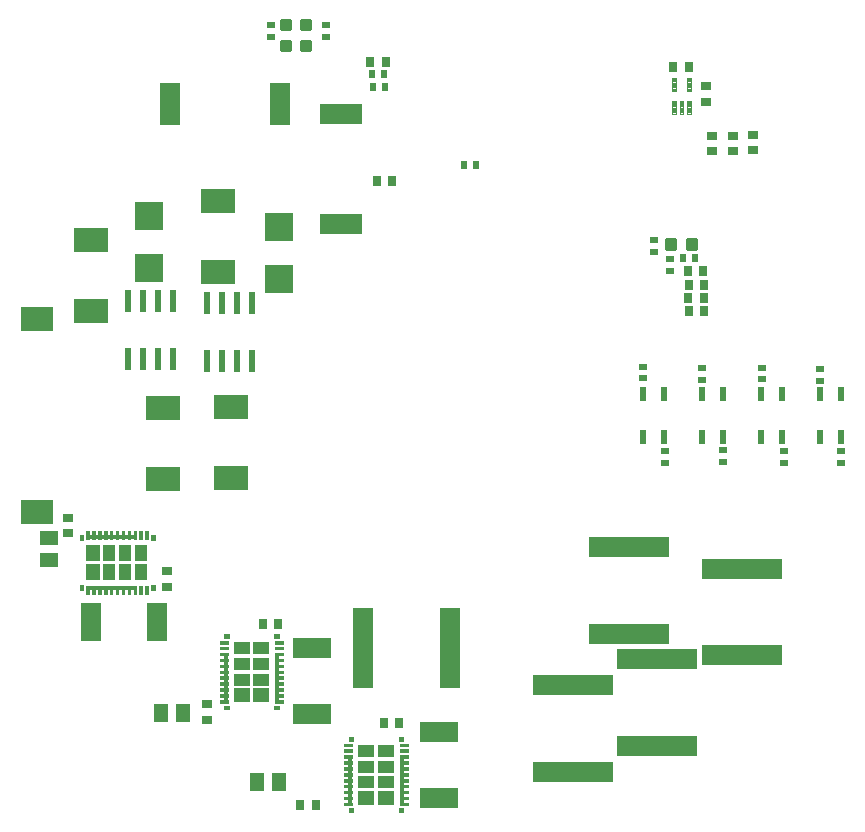
<source format=gbr>
G04 EAGLE Gerber X2 export*
%TF.Part,Single*%
%TF.FileFunction,Paste,Top*%
%TF.FilePolarity,Positive*%
%TF.GenerationSoftware,Autodesk,EAGLE,8.6.0*%
%TF.CreationDate,2018-04-20T19:50:09Z*%
G75*
%MOMM*%
%FSLAX34Y34*%
%LPD*%
%AMOC8*
5,1,8,0,0,1.08239X$1,22.5*%
G01*
%ADD10R,0.558800X1.981200*%
%ADD11R,3.000000X2.000000*%
%ADD12R,0.700000X0.900000*%
%ADD13R,0.900000X0.700000*%
%ADD14R,2.400000X2.400000*%
%ADD15C,0.300000*%
%ADD16R,0.600000X1.200000*%
%ADD17R,0.700000X0.600000*%
%ADD18R,3.200000X1.800000*%
%ADD19R,0.600000X0.700000*%
%ADD20R,1.300000X1.500000*%
%ADD21R,1.500000X1.300000*%
%ADD22R,1.800000X3.200000*%
%ADD23R,3.600000X1.800000*%
%ADD24R,1.800000X3.600000*%
%ADD25R,1.408969X1.132000*%
%ADD26R,1.408416X1.158291*%
%ADD27R,1.408744X1.118800*%
%ADD28R,1.407994X1.092841*%
%ADD29R,1.437131X1.094559*%
%ADD30R,1.434150X1.118406*%
%ADD31R,1.435381X1.140469*%
%ADD32R,1.434009X1.160269*%
%ADD33R,0.385381X3.910769*%
%ADD34R,0.316159X3.915181*%
%ADD35C,0.037500*%
%ADD36C,0.056250*%
%ADD37R,1.132000X1.408969*%
%ADD38R,1.158291X1.408416*%
%ADD39R,1.118800X1.408744*%
%ADD40R,1.092841X1.407994*%
%ADD41R,1.094559X1.437131*%
%ADD42R,1.118406X1.434150*%
%ADD43R,1.140469X1.435381*%
%ADD44R,1.160269X1.434009*%
%ADD45R,3.910769X0.385381*%
%ADD46R,3.915181X0.316159*%
%ADD47R,2.800000X2.100000*%
%ADD48C,0.100000*%
%ADD49R,1.800000X6.900000*%
%ADD50R,6.900000X1.800000*%


D10*
X376738Y617668D03*
X364038Y617668D03*
X351338Y617668D03*
X338638Y617668D03*
X338638Y568392D03*
X351338Y568392D03*
X364038Y568392D03*
X376738Y568392D03*
X310356Y618844D03*
X297656Y618844D03*
X284956Y618844D03*
X272256Y618844D03*
X272256Y569568D03*
X284956Y569568D03*
X297656Y569568D03*
X310356Y569568D03*
D11*
X240678Y670802D03*
X240678Y610802D03*
D12*
X759200Y644700D03*
X746200Y644700D03*
X430900Y192200D03*
X417900Y192200D03*
D13*
X338800Y277400D03*
X338800Y264400D03*
D12*
X490200Y821700D03*
X477200Y821700D03*
D11*
X301964Y528610D03*
X301964Y468610D03*
D12*
X495800Y720200D03*
X482800Y720200D03*
D11*
X348080Y703808D03*
X348080Y643808D03*
D12*
X746800Y817200D03*
X733800Y817200D03*
D13*
X221300Y435300D03*
X221300Y422300D03*
X761700Y787800D03*
X761700Y800800D03*
D12*
X746676Y632902D03*
X759676Y632902D03*
X746422Y621518D03*
X759422Y621518D03*
D11*
X359696Y529452D03*
X359696Y469452D03*
D12*
X746676Y610150D03*
X759676Y610150D03*
D13*
X783966Y745952D03*
X783966Y758952D03*
X766550Y745870D03*
X766550Y758870D03*
X801036Y746766D03*
X801036Y759766D03*
D12*
X386228Y345904D03*
X399228Y345904D03*
D13*
X305116Y390040D03*
X305116Y377040D03*
D12*
X488472Y261936D03*
X501472Y261936D03*
D14*
X290270Y647258D03*
X290270Y691258D03*
X400208Y637718D03*
X400208Y681718D03*
D15*
X735430Y670400D02*
X735430Y663400D01*
X728430Y663400D01*
X728430Y670400D01*
X735430Y670400D01*
X735430Y666399D02*
X728430Y666399D01*
X728430Y669398D02*
X735430Y669398D01*
X752970Y670400D02*
X752970Y663400D01*
X745970Y663400D01*
X745970Y670400D01*
X752970Y670400D01*
X752970Y666399D02*
X745970Y666399D01*
X745970Y669398D02*
X752970Y669398D01*
D16*
X726000Y504000D03*
X726000Y540000D03*
X708000Y540000D03*
X708000Y504000D03*
X776000Y504000D03*
X776000Y540000D03*
X758000Y540000D03*
X758000Y504000D03*
X826000Y504000D03*
X826000Y540000D03*
X808000Y540000D03*
X808000Y504000D03*
X876000Y504000D03*
X876000Y540000D03*
X858000Y540000D03*
X858000Y504000D03*
D17*
X730800Y654200D03*
X730800Y644200D03*
D18*
X427628Y325240D03*
X427628Y269240D03*
X535644Y254016D03*
X535644Y198016D03*
D19*
X479400Y800300D03*
X489400Y800300D03*
D17*
X875650Y492170D03*
X875650Y482170D03*
X858050Y551470D03*
X858050Y561470D03*
D19*
X566700Y734400D03*
X556700Y734400D03*
D17*
X827150Y492170D03*
X827150Y482170D03*
X808850Y552670D03*
X808850Y562670D03*
X775654Y492910D03*
X775654Y482910D03*
X758350Y551870D03*
X758350Y561870D03*
X726546Y492186D03*
X726546Y482186D03*
X708550Y553470D03*
X708550Y563470D03*
D20*
X381008Y211622D03*
X400008Y211622D03*
X299690Y269954D03*
X318690Y269954D03*
D21*
X205418Y399384D03*
X205418Y418384D03*
D19*
X742000Y655500D03*
X752000Y655500D03*
D17*
X717200Y660700D03*
X717200Y670700D03*
D22*
X296688Y347150D03*
X240688Y347150D03*
D23*
X452582Y684612D03*
X452582Y777612D03*
D24*
X400814Y785508D03*
X307814Y785508D03*
D25*
X490177Y211572D03*
D26*
X490180Y198241D03*
D27*
X490178Y224838D03*
D28*
X490182Y238168D03*
D29*
X473836Y238159D03*
D30*
X473851Y224840D03*
D31*
X473845Y211530D03*
D32*
X473852Y198231D03*
D33*
X460145Y213678D03*
D34*
X503991Y213656D03*
D35*
X461885Y242169D02*
X461885Y244295D01*
X461885Y242169D02*
X455259Y242169D01*
X455259Y244295D01*
X461885Y244295D01*
X461885Y242543D02*
X455259Y242543D01*
X455259Y242917D02*
X461885Y242917D01*
X461885Y243291D02*
X455259Y243291D01*
X455259Y243665D02*
X461885Y243665D01*
X461885Y244039D02*
X455259Y244039D01*
X508885Y244295D02*
X508885Y242169D01*
X502259Y242169D01*
X502259Y244295D01*
X508885Y244295D01*
X508885Y242543D02*
X502259Y242543D01*
X502259Y242917D02*
X508885Y242917D01*
X508885Y243291D02*
X502259Y243291D01*
X502259Y243665D02*
X508885Y243665D01*
X508885Y244039D02*
X502259Y244039D01*
X461885Y239295D02*
X461885Y237169D01*
X455259Y237169D01*
X455259Y239295D01*
X461885Y239295D01*
X461885Y237543D02*
X455259Y237543D01*
X455259Y237917D02*
X461885Y237917D01*
X461885Y238291D02*
X455259Y238291D01*
X455259Y238665D02*
X461885Y238665D01*
X461885Y239039D02*
X455259Y239039D01*
X461885Y234295D02*
X461885Y232169D01*
X455259Y232169D01*
X455259Y234295D01*
X461885Y234295D01*
X461885Y232543D02*
X455259Y232543D01*
X455259Y232917D02*
X461885Y232917D01*
X461885Y233291D02*
X455259Y233291D01*
X455259Y233665D02*
X461885Y233665D01*
X461885Y234039D02*
X455259Y234039D01*
X461885Y229295D02*
X461885Y227169D01*
X455259Y227169D01*
X455259Y229295D01*
X461885Y229295D01*
X461885Y227543D02*
X455259Y227543D01*
X455259Y227917D02*
X461885Y227917D01*
X461885Y228291D02*
X455259Y228291D01*
X455259Y228665D02*
X461885Y228665D01*
X461885Y229039D02*
X455259Y229039D01*
X461885Y224295D02*
X461885Y222169D01*
X455259Y222169D01*
X455259Y224295D01*
X461885Y224295D01*
X461885Y222543D02*
X455259Y222543D01*
X455259Y222917D02*
X461885Y222917D01*
X461885Y223291D02*
X455259Y223291D01*
X455259Y223665D02*
X461885Y223665D01*
X461885Y224039D02*
X455259Y224039D01*
X461885Y219295D02*
X461885Y217169D01*
X455259Y217169D01*
X455259Y219295D01*
X461885Y219295D01*
X461885Y217543D02*
X455259Y217543D01*
X455259Y217917D02*
X461885Y217917D01*
X461885Y218291D02*
X455259Y218291D01*
X455259Y218665D02*
X461885Y218665D01*
X461885Y219039D02*
X455259Y219039D01*
X461885Y214295D02*
X461885Y212169D01*
X455259Y212169D01*
X455259Y214295D01*
X461885Y214295D01*
X461885Y212543D02*
X455259Y212543D01*
X455259Y212917D02*
X461885Y212917D01*
X461885Y213291D02*
X455259Y213291D01*
X455259Y213665D02*
X461885Y213665D01*
X461885Y214039D02*
X455259Y214039D01*
X461885Y209295D02*
X461885Y207169D01*
X455259Y207169D01*
X455259Y209295D01*
X461885Y209295D01*
X461885Y207543D02*
X455259Y207543D01*
X455259Y207917D02*
X461885Y207917D01*
X461885Y208291D02*
X455259Y208291D01*
X455259Y208665D02*
X461885Y208665D01*
X461885Y209039D02*
X455259Y209039D01*
X461885Y204295D02*
X461885Y202169D01*
X455259Y202169D01*
X455259Y204295D01*
X461885Y204295D01*
X461885Y202543D02*
X455259Y202543D01*
X455259Y202917D02*
X461885Y202917D01*
X461885Y203291D02*
X455259Y203291D01*
X455259Y203665D02*
X461885Y203665D01*
X461885Y204039D02*
X455259Y204039D01*
X461885Y199295D02*
X461885Y197169D01*
X455259Y197169D01*
X455259Y199295D01*
X461885Y199295D01*
X461885Y197543D02*
X455259Y197543D01*
X455259Y197917D02*
X461885Y197917D01*
X461885Y198291D02*
X455259Y198291D01*
X455259Y198665D02*
X461885Y198665D01*
X461885Y199039D02*
X455259Y199039D01*
X461885Y194295D02*
X461885Y192169D01*
X455259Y192169D01*
X455259Y194295D01*
X461885Y194295D01*
X461885Y192543D02*
X455259Y192543D01*
X455259Y192917D02*
X461885Y192917D01*
X461885Y193291D02*
X455259Y193291D01*
X455259Y193665D02*
X461885Y193665D01*
X461885Y194039D02*
X455259Y194039D01*
X508885Y194295D02*
X508885Y192169D01*
X502259Y192169D01*
X502259Y194295D01*
X508885Y194295D01*
X508885Y192543D02*
X502259Y192543D01*
X502259Y192917D02*
X508885Y192917D01*
X508885Y193291D02*
X502259Y193291D01*
X502259Y193665D02*
X508885Y193665D01*
X508885Y194039D02*
X502259Y194039D01*
X508885Y197169D02*
X508885Y199295D01*
X508885Y197169D02*
X502259Y197169D01*
X502259Y199295D01*
X508885Y199295D01*
X508885Y197543D02*
X502259Y197543D01*
X502259Y197917D02*
X508885Y197917D01*
X508885Y198291D02*
X502259Y198291D01*
X502259Y198665D02*
X508885Y198665D01*
X508885Y199039D02*
X502259Y199039D01*
X508885Y202169D02*
X508885Y204295D01*
X508885Y202169D02*
X502259Y202169D01*
X502259Y204295D01*
X508885Y204295D01*
X508885Y202543D02*
X502259Y202543D01*
X502259Y202917D02*
X508885Y202917D01*
X508885Y203291D02*
X502259Y203291D01*
X502259Y203665D02*
X508885Y203665D01*
X508885Y204039D02*
X502259Y204039D01*
X508885Y207169D02*
X508885Y209295D01*
X508885Y207169D02*
X502259Y207169D01*
X502259Y209295D01*
X508885Y209295D01*
X508885Y207543D02*
X502259Y207543D01*
X502259Y207917D02*
X508885Y207917D01*
X508885Y208291D02*
X502259Y208291D01*
X502259Y208665D02*
X508885Y208665D01*
X508885Y209039D02*
X502259Y209039D01*
X508885Y212169D02*
X508885Y214295D01*
X508885Y212169D02*
X502259Y212169D01*
X502259Y214295D01*
X508885Y214295D01*
X508885Y212543D02*
X502259Y212543D01*
X502259Y212917D02*
X508885Y212917D01*
X508885Y213291D02*
X502259Y213291D01*
X502259Y213665D02*
X508885Y213665D01*
X508885Y214039D02*
X502259Y214039D01*
X508885Y217169D02*
X508885Y219295D01*
X508885Y217169D02*
X502259Y217169D01*
X502259Y219295D01*
X508885Y219295D01*
X508885Y217543D02*
X502259Y217543D01*
X502259Y217917D02*
X508885Y217917D01*
X508885Y218291D02*
X502259Y218291D01*
X502259Y218665D02*
X508885Y218665D01*
X508885Y219039D02*
X502259Y219039D01*
X508885Y222169D02*
X508885Y224295D01*
X508885Y222169D02*
X502259Y222169D01*
X502259Y224295D01*
X508885Y224295D01*
X508885Y222543D02*
X502259Y222543D01*
X502259Y222917D02*
X508885Y222917D01*
X508885Y223291D02*
X502259Y223291D01*
X502259Y223665D02*
X508885Y223665D01*
X508885Y224039D02*
X502259Y224039D01*
X508885Y227169D02*
X508885Y229295D01*
X508885Y227169D02*
X502259Y227169D01*
X502259Y229295D01*
X508885Y229295D01*
X508885Y227543D02*
X502259Y227543D01*
X502259Y227917D02*
X508885Y227917D01*
X508885Y228291D02*
X502259Y228291D01*
X502259Y228665D02*
X508885Y228665D01*
X508885Y229039D02*
X502259Y229039D01*
X508885Y232169D02*
X508885Y234295D01*
X508885Y232169D02*
X502259Y232169D01*
X502259Y234295D01*
X508885Y234295D01*
X508885Y232543D02*
X502259Y232543D01*
X502259Y232917D02*
X508885Y232917D01*
X508885Y233291D02*
X502259Y233291D01*
X502259Y233665D02*
X508885Y233665D01*
X508885Y234039D02*
X502259Y234039D01*
X508885Y237169D02*
X508885Y239295D01*
X508885Y237169D02*
X502259Y237169D01*
X502259Y239295D01*
X508885Y239295D01*
X508885Y237543D02*
X502259Y237543D01*
X502259Y237917D02*
X508885Y237917D01*
X508885Y238291D02*
X502259Y238291D01*
X502259Y238665D02*
X508885Y238665D01*
X508885Y239039D02*
X502259Y239039D01*
D36*
X501353Y246768D02*
X505091Y246768D01*
X501353Y246768D02*
X501353Y249956D01*
X505091Y249956D01*
X505091Y246768D01*
X505091Y247330D02*
X501353Y247330D01*
X501353Y247892D02*
X505091Y247892D01*
X505091Y248454D02*
X501353Y248454D01*
X501353Y249016D02*
X505091Y249016D01*
X505091Y249578D02*
X501353Y249578D01*
X462791Y246768D02*
X459053Y246768D01*
X459053Y249956D01*
X462791Y249956D01*
X462791Y246768D01*
X462791Y247330D02*
X459053Y247330D01*
X459053Y247892D02*
X462791Y247892D01*
X462791Y248454D02*
X459053Y248454D01*
X459053Y249016D02*
X462791Y249016D01*
X462791Y249578D02*
X459053Y249578D01*
X459053Y186508D02*
X462791Y186508D01*
X459053Y186508D02*
X459053Y189696D01*
X462791Y189696D01*
X462791Y186508D01*
X462791Y187070D02*
X459053Y187070D01*
X459053Y187632D02*
X462791Y187632D01*
X462791Y188194D02*
X459053Y188194D01*
X459053Y188756D02*
X462791Y188756D01*
X462791Y189318D02*
X459053Y189318D01*
X501353Y186508D02*
X505091Y186508D01*
X501353Y186508D02*
X501353Y189696D01*
X505091Y189696D01*
X505091Y186508D01*
X505091Y187070D02*
X501353Y187070D01*
X501353Y187632D02*
X505091Y187632D01*
X505091Y188194D02*
X501353Y188194D01*
X501353Y188756D02*
X505091Y188756D01*
X505091Y189318D02*
X501353Y189318D01*
D25*
X384735Y298416D03*
D26*
X384738Y285085D03*
D27*
X384736Y311682D03*
D28*
X384740Y325012D03*
D29*
X368394Y325003D03*
D30*
X368409Y311684D03*
D31*
X368403Y298374D03*
D32*
X368410Y285075D03*
D33*
X354703Y300522D03*
D34*
X398549Y300500D03*
D35*
X356443Y329013D02*
X356443Y331139D01*
X356443Y329013D02*
X349817Y329013D01*
X349817Y331139D01*
X356443Y331139D01*
X356443Y329387D02*
X349817Y329387D01*
X349817Y329761D02*
X356443Y329761D01*
X356443Y330135D02*
X349817Y330135D01*
X349817Y330509D02*
X356443Y330509D01*
X356443Y330883D02*
X349817Y330883D01*
X403443Y331139D02*
X403443Y329013D01*
X396817Y329013D01*
X396817Y331139D01*
X403443Y331139D01*
X403443Y329387D02*
X396817Y329387D01*
X396817Y329761D02*
X403443Y329761D01*
X403443Y330135D02*
X396817Y330135D01*
X396817Y330509D02*
X403443Y330509D01*
X403443Y330883D02*
X396817Y330883D01*
X356443Y326139D02*
X356443Y324013D01*
X349817Y324013D01*
X349817Y326139D01*
X356443Y326139D01*
X356443Y324387D02*
X349817Y324387D01*
X349817Y324761D02*
X356443Y324761D01*
X356443Y325135D02*
X349817Y325135D01*
X349817Y325509D02*
X356443Y325509D01*
X356443Y325883D02*
X349817Y325883D01*
X356443Y321139D02*
X356443Y319013D01*
X349817Y319013D01*
X349817Y321139D01*
X356443Y321139D01*
X356443Y319387D02*
X349817Y319387D01*
X349817Y319761D02*
X356443Y319761D01*
X356443Y320135D02*
X349817Y320135D01*
X349817Y320509D02*
X356443Y320509D01*
X356443Y320883D02*
X349817Y320883D01*
X356443Y316139D02*
X356443Y314013D01*
X349817Y314013D01*
X349817Y316139D01*
X356443Y316139D01*
X356443Y314387D02*
X349817Y314387D01*
X349817Y314761D02*
X356443Y314761D01*
X356443Y315135D02*
X349817Y315135D01*
X349817Y315509D02*
X356443Y315509D01*
X356443Y315883D02*
X349817Y315883D01*
X356443Y311139D02*
X356443Y309013D01*
X349817Y309013D01*
X349817Y311139D01*
X356443Y311139D01*
X356443Y309387D02*
X349817Y309387D01*
X349817Y309761D02*
X356443Y309761D01*
X356443Y310135D02*
X349817Y310135D01*
X349817Y310509D02*
X356443Y310509D01*
X356443Y310883D02*
X349817Y310883D01*
X356443Y306139D02*
X356443Y304013D01*
X349817Y304013D01*
X349817Y306139D01*
X356443Y306139D01*
X356443Y304387D02*
X349817Y304387D01*
X349817Y304761D02*
X356443Y304761D01*
X356443Y305135D02*
X349817Y305135D01*
X349817Y305509D02*
X356443Y305509D01*
X356443Y305883D02*
X349817Y305883D01*
X356443Y301139D02*
X356443Y299013D01*
X349817Y299013D01*
X349817Y301139D01*
X356443Y301139D01*
X356443Y299387D02*
X349817Y299387D01*
X349817Y299761D02*
X356443Y299761D01*
X356443Y300135D02*
X349817Y300135D01*
X349817Y300509D02*
X356443Y300509D01*
X356443Y300883D02*
X349817Y300883D01*
X356443Y296139D02*
X356443Y294013D01*
X349817Y294013D01*
X349817Y296139D01*
X356443Y296139D01*
X356443Y294387D02*
X349817Y294387D01*
X349817Y294761D02*
X356443Y294761D01*
X356443Y295135D02*
X349817Y295135D01*
X349817Y295509D02*
X356443Y295509D01*
X356443Y295883D02*
X349817Y295883D01*
X356443Y291139D02*
X356443Y289013D01*
X349817Y289013D01*
X349817Y291139D01*
X356443Y291139D01*
X356443Y289387D02*
X349817Y289387D01*
X349817Y289761D02*
X356443Y289761D01*
X356443Y290135D02*
X349817Y290135D01*
X349817Y290509D02*
X356443Y290509D01*
X356443Y290883D02*
X349817Y290883D01*
X356443Y286139D02*
X356443Y284013D01*
X349817Y284013D01*
X349817Y286139D01*
X356443Y286139D01*
X356443Y284387D02*
X349817Y284387D01*
X349817Y284761D02*
X356443Y284761D01*
X356443Y285135D02*
X349817Y285135D01*
X349817Y285509D02*
X356443Y285509D01*
X356443Y285883D02*
X349817Y285883D01*
X356443Y281139D02*
X356443Y279013D01*
X349817Y279013D01*
X349817Y281139D01*
X356443Y281139D01*
X356443Y279387D02*
X349817Y279387D01*
X349817Y279761D02*
X356443Y279761D01*
X356443Y280135D02*
X349817Y280135D01*
X349817Y280509D02*
X356443Y280509D01*
X356443Y280883D02*
X349817Y280883D01*
X403443Y281139D02*
X403443Y279013D01*
X396817Y279013D01*
X396817Y281139D01*
X403443Y281139D01*
X403443Y279387D02*
X396817Y279387D01*
X396817Y279761D02*
X403443Y279761D01*
X403443Y280135D02*
X396817Y280135D01*
X396817Y280509D02*
X403443Y280509D01*
X403443Y280883D02*
X396817Y280883D01*
X403443Y284013D02*
X403443Y286139D01*
X403443Y284013D02*
X396817Y284013D01*
X396817Y286139D01*
X403443Y286139D01*
X403443Y284387D02*
X396817Y284387D01*
X396817Y284761D02*
X403443Y284761D01*
X403443Y285135D02*
X396817Y285135D01*
X396817Y285509D02*
X403443Y285509D01*
X403443Y285883D02*
X396817Y285883D01*
X403443Y289013D02*
X403443Y291139D01*
X403443Y289013D02*
X396817Y289013D01*
X396817Y291139D01*
X403443Y291139D01*
X403443Y289387D02*
X396817Y289387D01*
X396817Y289761D02*
X403443Y289761D01*
X403443Y290135D02*
X396817Y290135D01*
X396817Y290509D02*
X403443Y290509D01*
X403443Y290883D02*
X396817Y290883D01*
X403443Y294013D02*
X403443Y296139D01*
X403443Y294013D02*
X396817Y294013D01*
X396817Y296139D01*
X403443Y296139D01*
X403443Y294387D02*
X396817Y294387D01*
X396817Y294761D02*
X403443Y294761D01*
X403443Y295135D02*
X396817Y295135D01*
X396817Y295509D02*
X403443Y295509D01*
X403443Y295883D02*
X396817Y295883D01*
X403443Y299013D02*
X403443Y301139D01*
X403443Y299013D02*
X396817Y299013D01*
X396817Y301139D01*
X403443Y301139D01*
X403443Y299387D02*
X396817Y299387D01*
X396817Y299761D02*
X403443Y299761D01*
X403443Y300135D02*
X396817Y300135D01*
X396817Y300509D02*
X403443Y300509D01*
X403443Y300883D02*
X396817Y300883D01*
X403443Y304013D02*
X403443Y306139D01*
X403443Y304013D02*
X396817Y304013D01*
X396817Y306139D01*
X403443Y306139D01*
X403443Y304387D02*
X396817Y304387D01*
X396817Y304761D02*
X403443Y304761D01*
X403443Y305135D02*
X396817Y305135D01*
X396817Y305509D02*
X403443Y305509D01*
X403443Y305883D02*
X396817Y305883D01*
X403443Y309013D02*
X403443Y311139D01*
X403443Y309013D02*
X396817Y309013D01*
X396817Y311139D01*
X403443Y311139D01*
X403443Y309387D02*
X396817Y309387D01*
X396817Y309761D02*
X403443Y309761D01*
X403443Y310135D02*
X396817Y310135D01*
X396817Y310509D02*
X403443Y310509D01*
X403443Y310883D02*
X396817Y310883D01*
X403443Y314013D02*
X403443Y316139D01*
X403443Y314013D02*
X396817Y314013D01*
X396817Y316139D01*
X403443Y316139D01*
X403443Y314387D02*
X396817Y314387D01*
X396817Y314761D02*
X403443Y314761D01*
X403443Y315135D02*
X396817Y315135D01*
X396817Y315509D02*
X403443Y315509D01*
X403443Y315883D02*
X396817Y315883D01*
X403443Y319013D02*
X403443Y321139D01*
X403443Y319013D02*
X396817Y319013D01*
X396817Y321139D01*
X403443Y321139D01*
X403443Y319387D02*
X396817Y319387D01*
X396817Y319761D02*
X403443Y319761D01*
X403443Y320135D02*
X396817Y320135D01*
X396817Y320509D02*
X403443Y320509D01*
X403443Y320883D02*
X396817Y320883D01*
X403443Y324013D02*
X403443Y326139D01*
X403443Y324013D02*
X396817Y324013D01*
X396817Y326139D01*
X403443Y326139D01*
X403443Y324387D02*
X396817Y324387D01*
X396817Y324761D02*
X403443Y324761D01*
X403443Y325135D02*
X396817Y325135D01*
X396817Y325509D02*
X403443Y325509D01*
X403443Y325883D02*
X396817Y325883D01*
D36*
X395911Y333612D02*
X399649Y333612D01*
X395911Y333612D02*
X395911Y336800D01*
X399649Y336800D01*
X399649Y333612D01*
X399649Y334174D02*
X395911Y334174D01*
X395911Y334736D02*
X399649Y334736D01*
X399649Y335298D02*
X395911Y335298D01*
X395911Y335860D02*
X399649Y335860D01*
X399649Y336422D02*
X395911Y336422D01*
X357349Y333612D02*
X353611Y333612D01*
X353611Y336800D01*
X357349Y336800D01*
X357349Y333612D01*
X357349Y334174D02*
X353611Y334174D01*
X353611Y334736D02*
X357349Y334736D01*
X357349Y335298D02*
X353611Y335298D01*
X353611Y335860D02*
X357349Y335860D01*
X357349Y336422D02*
X353611Y336422D01*
X353611Y273352D02*
X357349Y273352D01*
X353611Y273352D02*
X353611Y276540D01*
X357349Y276540D01*
X357349Y273352D01*
X357349Y273914D02*
X353611Y273914D01*
X353611Y274476D02*
X357349Y274476D01*
X357349Y275038D02*
X353611Y275038D01*
X353611Y275600D02*
X357349Y275600D01*
X357349Y276162D02*
X353611Y276162D01*
X395911Y273352D02*
X399649Y273352D01*
X395911Y273352D02*
X395911Y276540D01*
X399649Y276540D01*
X399649Y273352D01*
X399649Y273914D02*
X395911Y273914D01*
X395911Y274476D02*
X399649Y274476D01*
X399649Y275038D02*
X395911Y275038D01*
X395911Y275600D02*
X399649Y275600D01*
X399649Y276162D02*
X395911Y276162D01*
D37*
X256192Y389503D03*
D38*
X242861Y389500D03*
D39*
X269458Y389502D03*
D40*
X282788Y389498D03*
D41*
X282779Y405844D03*
D42*
X269460Y405829D03*
D43*
X256150Y405835D03*
D44*
X242851Y405828D03*
D45*
X258298Y419535D03*
D46*
X258276Y375689D03*
D35*
X286789Y417795D02*
X288915Y417795D01*
X286789Y417795D02*
X286789Y424421D01*
X288915Y424421D01*
X288915Y417795D01*
X288915Y418169D02*
X286789Y418169D01*
X286789Y418543D02*
X288915Y418543D01*
X288915Y418917D02*
X286789Y418917D01*
X286789Y419291D02*
X288915Y419291D01*
X288915Y419665D02*
X286789Y419665D01*
X286789Y420039D02*
X288915Y420039D01*
X288915Y420413D02*
X286789Y420413D01*
X286789Y420787D02*
X288915Y420787D01*
X288915Y421161D02*
X286789Y421161D01*
X286789Y421535D02*
X288915Y421535D01*
X288915Y421909D02*
X286789Y421909D01*
X286789Y422283D02*
X288915Y422283D01*
X288915Y422657D02*
X286789Y422657D01*
X286789Y423031D02*
X288915Y423031D01*
X288915Y423405D02*
X286789Y423405D01*
X286789Y423779D02*
X288915Y423779D01*
X288915Y424153D02*
X286789Y424153D01*
X286789Y370795D02*
X288915Y370795D01*
X286789Y370795D02*
X286789Y377421D01*
X288915Y377421D01*
X288915Y370795D01*
X288915Y371169D02*
X286789Y371169D01*
X286789Y371543D02*
X288915Y371543D01*
X288915Y371917D02*
X286789Y371917D01*
X286789Y372291D02*
X288915Y372291D01*
X288915Y372665D02*
X286789Y372665D01*
X286789Y373039D02*
X288915Y373039D01*
X288915Y373413D02*
X286789Y373413D01*
X286789Y373787D02*
X288915Y373787D01*
X288915Y374161D02*
X286789Y374161D01*
X286789Y374535D02*
X288915Y374535D01*
X288915Y374909D02*
X286789Y374909D01*
X286789Y375283D02*
X288915Y375283D01*
X288915Y375657D02*
X286789Y375657D01*
X286789Y376031D02*
X288915Y376031D01*
X288915Y376405D02*
X286789Y376405D01*
X286789Y376779D02*
X288915Y376779D01*
X288915Y377153D02*
X286789Y377153D01*
X283915Y417795D02*
X281789Y417795D01*
X281789Y424421D01*
X283915Y424421D01*
X283915Y417795D01*
X283915Y418169D02*
X281789Y418169D01*
X281789Y418543D02*
X283915Y418543D01*
X283915Y418917D02*
X281789Y418917D01*
X281789Y419291D02*
X283915Y419291D01*
X283915Y419665D02*
X281789Y419665D01*
X281789Y420039D02*
X283915Y420039D01*
X283915Y420413D02*
X281789Y420413D01*
X281789Y420787D02*
X283915Y420787D01*
X283915Y421161D02*
X281789Y421161D01*
X281789Y421535D02*
X283915Y421535D01*
X283915Y421909D02*
X281789Y421909D01*
X281789Y422283D02*
X283915Y422283D01*
X283915Y422657D02*
X281789Y422657D01*
X281789Y423031D02*
X283915Y423031D01*
X283915Y423405D02*
X281789Y423405D01*
X281789Y423779D02*
X283915Y423779D01*
X283915Y424153D02*
X281789Y424153D01*
X278915Y417795D02*
X276789Y417795D01*
X276789Y424421D01*
X278915Y424421D01*
X278915Y417795D01*
X278915Y418169D02*
X276789Y418169D01*
X276789Y418543D02*
X278915Y418543D01*
X278915Y418917D02*
X276789Y418917D01*
X276789Y419291D02*
X278915Y419291D01*
X278915Y419665D02*
X276789Y419665D01*
X276789Y420039D02*
X278915Y420039D01*
X278915Y420413D02*
X276789Y420413D01*
X276789Y420787D02*
X278915Y420787D01*
X278915Y421161D02*
X276789Y421161D01*
X276789Y421535D02*
X278915Y421535D01*
X278915Y421909D02*
X276789Y421909D01*
X276789Y422283D02*
X278915Y422283D01*
X278915Y422657D02*
X276789Y422657D01*
X276789Y423031D02*
X278915Y423031D01*
X278915Y423405D02*
X276789Y423405D01*
X276789Y423779D02*
X278915Y423779D01*
X278915Y424153D02*
X276789Y424153D01*
X273915Y417795D02*
X271789Y417795D01*
X271789Y424421D01*
X273915Y424421D01*
X273915Y417795D01*
X273915Y418169D02*
X271789Y418169D01*
X271789Y418543D02*
X273915Y418543D01*
X273915Y418917D02*
X271789Y418917D01*
X271789Y419291D02*
X273915Y419291D01*
X273915Y419665D02*
X271789Y419665D01*
X271789Y420039D02*
X273915Y420039D01*
X273915Y420413D02*
X271789Y420413D01*
X271789Y420787D02*
X273915Y420787D01*
X273915Y421161D02*
X271789Y421161D01*
X271789Y421535D02*
X273915Y421535D01*
X273915Y421909D02*
X271789Y421909D01*
X271789Y422283D02*
X273915Y422283D01*
X273915Y422657D02*
X271789Y422657D01*
X271789Y423031D02*
X273915Y423031D01*
X273915Y423405D02*
X271789Y423405D01*
X271789Y423779D02*
X273915Y423779D01*
X273915Y424153D02*
X271789Y424153D01*
X268915Y417795D02*
X266789Y417795D01*
X266789Y424421D01*
X268915Y424421D01*
X268915Y417795D01*
X268915Y418169D02*
X266789Y418169D01*
X266789Y418543D02*
X268915Y418543D01*
X268915Y418917D02*
X266789Y418917D01*
X266789Y419291D02*
X268915Y419291D01*
X268915Y419665D02*
X266789Y419665D01*
X266789Y420039D02*
X268915Y420039D01*
X268915Y420413D02*
X266789Y420413D01*
X266789Y420787D02*
X268915Y420787D01*
X268915Y421161D02*
X266789Y421161D01*
X266789Y421535D02*
X268915Y421535D01*
X268915Y421909D02*
X266789Y421909D01*
X266789Y422283D02*
X268915Y422283D01*
X268915Y422657D02*
X266789Y422657D01*
X266789Y423031D02*
X268915Y423031D01*
X268915Y423405D02*
X266789Y423405D01*
X266789Y423779D02*
X268915Y423779D01*
X268915Y424153D02*
X266789Y424153D01*
X263915Y417795D02*
X261789Y417795D01*
X261789Y424421D01*
X263915Y424421D01*
X263915Y417795D01*
X263915Y418169D02*
X261789Y418169D01*
X261789Y418543D02*
X263915Y418543D01*
X263915Y418917D02*
X261789Y418917D01*
X261789Y419291D02*
X263915Y419291D01*
X263915Y419665D02*
X261789Y419665D01*
X261789Y420039D02*
X263915Y420039D01*
X263915Y420413D02*
X261789Y420413D01*
X261789Y420787D02*
X263915Y420787D01*
X263915Y421161D02*
X261789Y421161D01*
X261789Y421535D02*
X263915Y421535D01*
X263915Y421909D02*
X261789Y421909D01*
X261789Y422283D02*
X263915Y422283D01*
X263915Y422657D02*
X261789Y422657D01*
X261789Y423031D02*
X263915Y423031D01*
X263915Y423405D02*
X261789Y423405D01*
X261789Y423779D02*
X263915Y423779D01*
X263915Y424153D02*
X261789Y424153D01*
X258915Y417795D02*
X256789Y417795D01*
X256789Y424421D01*
X258915Y424421D01*
X258915Y417795D01*
X258915Y418169D02*
X256789Y418169D01*
X256789Y418543D02*
X258915Y418543D01*
X258915Y418917D02*
X256789Y418917D01*
X256789Y419291D02*
X258915Y419291D01*
X258915Y419665D02*
X256789Y419665D01*
X256789Y420039D02*
X258915Y420039D01*
X258915Y420413D02*
X256789Y420413D01*
X256789Y420787D02*
X258915Y420787D01*
X258915Y421161D02*
X256789Y421161D01*
X256789Y421535D02*
X258915Y421535D01*
X258915Y421909D02*
X256789Y421909D01*
X256789Y422283D02*
X258915Y422283D01*
X258915Y422657D02*
X256789Y422657D01*
X256789Y423031D02*
X258915Y423031D01*
X258915Y423405D02*
X256789Y423405D01*
X256789Y423779D02*
X258915Y423779D01*
X258915Y424153D02*
X256789Y424153D01*
X253915Y417795D02*
X251789Y417795D01*
X251789Y424421D01*
X253915Y424421D01*
X253915Y417795D01*
X253915Y418169D02*
X251789Y418169D01*
X251789Y418543D02*
X253915Y418543D01*
X253915Y418917D02*
X251789Y418917D01*
X251789Y419291D02*
X253915Y419291D01*
X253915Y419665D02*
X251789Y419665D01*
X251789Y420039D02*
X253915Y420039D01*
X253915Y420413D02*
X251789Y420413D01*
X251789Y420787D02*
X253915Y420787D01*
X253915Y421161D02*
X251789Y421161D01*
X251789Y421535D02*
X253915Y421535D01*
X253915Y421909D02*
X251789Y421909D01*
X251789Y422283D02*
X253915Y422283D01*
X253915Y422657D02*
X251789Y422657D01*
X251789Y423031D02*
X253915Y423031D01*
X253915Y423405D02*
X251789Y423405D01*
X251789Y423779D02*
X253915Y423779D01*
X253915Y424153D02*
X251789Y424153D01*
X248915Y417795D02*
X246789Y417795D01*
X246789Y424421D01*
X248915Y424421D01*
X248915Y417795D01*
X248915Y418169D02*
X246789Y418169D01*
X246789Y418543D02*
X248915Y418543D01*
X248915Y418917D02*
X246789Y418917D01*
X246789Y419291D02*
X248915Y419291D01*
X248915Y419665D02*
X246789Y419665D01*
X246789Y420039D02*
X248915Y420039D01*
X248915Y420413D02*
X246789Y420413D01*
X246789Y420787D02*
X248915Y420787D01*
X248915Y421161D02*
X246789Y421161D01*
X246789Y421535D02*
X248915Y421535D01*
X248915Y421909D02*
X246789Y421909D01*
X246789Y422283D02*
X248915Y422283D01*
X248915Y422657D02*
X246789Y422657D01*
X246789Y423031D02*
X248915Y423031D01*
X248915Y423405D02*
X246789Y423405D01*
X246789Y423779D02*
X248915Y423779D01*
X248915Y424153D02*
X246789Y424153D01*
X243915Y417795D02*
X241789Y417795D01*
X241789Y424421D01*
X243915Y424421D01*
X243915Y417795D01*
X243915Y418169D02*
X241789Y418169D01*
X241789Y418543D02*
X243915Y418543D01*
X243915Y418917D02*
X241789Y418917D01*
X241789Y419291D02*
X243915Y419291D01*
X243915Y419665D02*
X241789Y419665D01*
X241789Y420039D02*
X243915Y420039D01*
X243915Y420413D02*
X241789Y420413D01*
X241789Y420787D02*
X243915Y420787D01*
X243915Y421161D02*
X241789Y421161D01*
X241789Y421535D02*
X243915Y421535D01*
X243915Y421909D02*
X241789Y421909D01*
X241789Y422283D02*
X243915Y422283D01*
X243915Y422657D02*
X241789Y422657D01*
X241789Y423031D02*
X243915Y423031D01*
X243915Y423405D02*
X241789Y423405D01*
X241789Y423779D02*
X243915Y423779D01*
X243915Y424153D02*
X241789Y424153D01*
X238915Y417795D02*
X236789Y417795D01*
X236789Y424421D01*
X238915Y424421D01*
X238915Y417795D01*
X238915Y418169D02*
X236789Y418169D01*
X236789Y418543D02*
X238915Y418543D01*
X238915Y418917D02*
X236789Y418917D01*
X236789Y419291D02*
X238915Y419291D01*
X238915Y419665D02*
X236789Y419665D01*
X236789Y420039D02*
X238915Y420039D01*
X238915Y420413D02*
X236789Y420413D01*
X236789Y420787D02*
X238915Y420787D01*
X238915Y421161D02*
X236789Y421161D01*
X236789Y421535D02*
X238915Y421535D01*
X238915Y421909D02*
X236789Y421909D01*
X236789Y422283D02*
X238915Y422283D01*
X238915Y422657D02*
X236789Y422657D01*
X236789Y423031D02*
X238915Y423031D01*
X238915Y423405D02*
X236789Y423405D01*
X236789Y423779D02*
X238915Y423779D01*
X238915Y424153D02*
X236789Y424153D01*
X236789Y370795D02*
X238915Y370795D01*
X236789Y370795D02*
X236789Y377421D01*
X238915Y377421D01*
X238915Y370795D01*
X238915Y371169D02*
X236789Y371169D01*
X236789Y371543D02*
X238915Y371543D01*
X238915Y371917D02*
X236789Y371917D01*
X236789Y372291D02*
X238915Y372291D01*
X238915Y372665D02*
X236789Y372665D01*
X236789Y373039D02*
X238915Y373039D01*
X238915Y373413D02*
X236789Y373413D01*
X236789Y373787D02*
X238915Y373787D01*
X238915Y374161D02*
X236789Y374161D01*
X236789Y374535D02*
X238915Y374535D01*
X238915Y374909D02*
X236789Y374909D01*
X236789Y375283D02*
X238915Y375283D01*
X238915Y375657D02*
X236789Y375657D01*
X236789Y376031D02*
X238915Y376031D01*
X238915Y376405D02*
X236789Y376405D01*
X236789Y376779D02*
X238915Y376779D01*
X238915Y377153D02*
X236789Y377153D01*
X241789Y370795D02*
X243915Y370795D01*
X241789Y370795D02*
X241789Y377421D01*
X243915Y377421D01*
X243915Y370795D01*
X243915Y371169D02*
X241789Y371169D01*
X241789Y371543D02*
X243915Y371543D01*
X243915Y371917D02*
X241789Y371917D01*
X241789Y372291D02*
X243915Y372291D01*
X243915Y372665D02*
X241789Y372665D01*
X241789Y373039D02*
X243915Y373039D01*
X243915Y373413D02*
X241789Y373413D01*
X241789Y373787D02*
X243915Y373787D01*
X243915Y374161D02*
X241789Y374161D01*
X241789Y374535D02*
X243915Y374535D01*
X243915Y374909D02*
X241789Y374909D01*
X241789Y375283D02*
X243915Y375283D01*
X243915Y375657D02*
X241789Y375657D01*
X241789Y376031D02*
X243915Y376031D01*
X243915Y376405D02*
X241789Y376405D01*
X241789Y376779D02*
X243915Y376779D01*
X243915Y377153D02*
X241789Y377153D01*
X246789Y370795D02*
X248915Y370795D01*
X246789Y370795D02*
X246789Y377421D01*
X248915Y377421D01*
X248915Y370795D01*
X248915Y371169D02*
X246789Y371169D01*
X246789Y371543D02*
X248915Y371543D01*
X248915Y371917D02*
X246789Y371917D01*
X246789Y372291D02*
X248915Y372291D01*
X248915Y372665D02*
X246789Y372665D01*
X246789Y373039D02*
X248915Y373039D01*
X248915Y373413D02*
X246789Y373413D01*
X246789Y373787D02*
X248915Y373787D01*
X248915Y374161D02*
X246789Y374161D01*
X246789Y374535D02*
X248915Y374535D01*
X248915Y374909D02*
X246789Y374909D01*
X246789Y375283D02*
X248915Y375283D01*
X248915Y375657D02*
X246789Y375657D01*
X246789Y376031D02*
X248915Y376031D01*
X248915Y376405D02*
X246789Y376405D01*
X246789Y376779D02*
X248915Y376779D01*
X248915Y377153D02*
X246789Y377153D01*
X251789Y370795D02*
X253915Y370795D01*
X251789Y370795D02*
X251789Y377421D01*
X253915Y377421D01*
X253915Y370795D01*
X253915Y371169D02*
X251789Y371169D01*
X251789Y371543D02*
X253915Y371543D01*
X253915Y371917D02*
X251789Y371917D01*
X251789Y372291D02*
X253915Y372291D01*
X253915Y372665D02*
X251789Y372665D01*
X251789Y373039D02*
X253915Y373039D01*
X253915Y373413D02*
X251789Y373413D01*
X251789Y373787D02*
X253915Y373787D01*
X253915Y374161D02*
X251789Y374161D01*
X251789Y374535D02*
X253915Y374535D01*
X253915Y374909D02*
X251789Y374909D01*
X251789Y375283D02*
X253915Y375283D01*
X253915Y375657D02*
X251789Y375657D01*
X251789Y376031D02*
X253915Y376031D01*
X253915Y376405D02*
X251789Y376405D01*
X251789Y376779D02*
X253915Y376779D01*
X253915Y377153D02*
X251789Y377153D01*
X256789Y370795D02*
X258915Y370795D01*
X256789Y370795D02*
X256789Y377421D01*
X258915Y377421D01*
X258915Y370795D01*
X258915Y371169D02*
X256789Y371169D01*
X256789Y371543D02*
X258915Y371543D01*
X258915Y371917D02*
X256789Y371917D01*
X256789Y372291D02*
X258915Y372291D01*
X258915Y372665D02*
X256789Y372665D01*
X256789Y373039D02*
X258915Y373039D01*
X258915Y373413D02*
X256789Y373413D01*
X256789Y373787D02*
X258915Y373787D01*
X258915Y374161D02*
X256789Y374161D01*
X256789Y374535D02*
X258915Y374535D01*
X258915Y374909D02*
X256789Y374909D01*
X256789Y375283D02*
X258915Y375283D01*
X258915Y375657D02*
X256789Y375657D01*
X256789Y376031D02*
X258915Y376031D01*
X258915Y376405D02*
X256789Y376405D01*
X256789Y376779D02*
X258915Y376779D01*
X258915Y377153D02*
X256789Y377153D01*
X261789Y370795D02*
X263915Y370795D01*
X261789Y370795D02*
X261789Y377421D01*
X263915Y377421D01*
X263915Y370795D01*
X263915Y371169D02*
X261789Y371169D01*
X261789Y371543D02*
X263915Y371543D01*
X263915Y371917D02*
X261789Y371917D01*
X261789Y372291D02*
X263915Y372291D01*
X263915Y372665D02*
X261789Y372665D01*
X261789Y373039D02*
X263915Y373039D01*
X263915Y373413D02*
X261789Y373413D01*
X261789Y373787D02*
X263915Y373787D01*
X263915Y374161D02*
X261789Y374161D01*
X261789Y374535D02*
X263915Y374535D01*
X263915Y374909D02*
X261789Y374909D01*
X261789Y375283D02*
X263915Y375283D01*
X263915Y375657D02*
X261789Y375657D01*
X261789Y376031D02*
X263915Y376031D01*
X263915Y376405D02*
X261789Y376405D01*
X261789Y376779D02*
X263915Y376779D01*
X263915Y377153D02*
X261789Y377153D01*
X266789Y370795D02*
X268915Y370795D01*
X266789Y370795D02*
X266789Y377421D01*
X268915Y377421D01*
X268915Y370795D01*
X268915Y371169D02*
X266789Y371169D01*
X266789Y371543D02*
X268915Y371543D01*
X268915Y371917D02*
X266789Y371917D01*
X266789Y372291D02*
X268915Y372291D01*
X268915Y372665D02*
X266789Y372665D01*
X266789Y373039D02*
X268915Y373039D01*
X268915Y373413D02*
X266789Y373413D01*
X266789Y373787D02*
X268915Y373787D01*
X268915Y374161D02*
X266789Y374161D01*
X266789Y374535D02*
X268915Y374535D01*
X268915Y374909D02*
X266789Y374909D01*
X266789Y375283D02*
X268915Y375283D01*
X268915Y375657D02*
X266789Y375657D01*
X266789Y376031D02*
X268915Y376031D01*
X268915Y376405D02*
X266789Y376405D01*
X266789Y376779D02*
X268915Y376779D01*
X268915Y377153D02*
X266789Y377153D01*
X271789Y370795D02*
X273915Y370795D01*
X271789Y370795D02*
X271789Y377421D01*
X273915Y377421D01*
X273915Y370795D01*
X273915Y371169D02*
X271789Y371169D01*
X271789Y371543D02*
X273915Y371543D01*
X273915Y371917D02*
X271789Y371917D01*
X271789Y372291D02*
X273915Y372291D01*
X273915Y372665D02*
X271789Y372665D01*
X271789Y373039D02*
X273915Y373039D01*
X273915Y373413D02*
X271789Y373413D01*
X271789Y373787D02*
X273915Y373787D01*
X273915Y374161D02*
X271789Y374161D01*
X271789Y374535D02*
X273915Y374535D01*
X273915Y374909D02*
X271789Y374909D01*
X271789Y375283D02*
X273915Y375283D01*
X273915Y375657D02*
X271789Y375657D01*
X271789Y376031D02*
X273915Y376031D01*
X273915Y376405D02*
X271789Y376405D01*
X271789Y376779D02*
X273915Y376779D01*
X273915Y377153D02*
X271789Y377153D01*
X276789Y370795D02*
X278915Y370795D01*
X276789Y370795D02*
X276789Y377421D01*
X278915Y377421D01*
X278915Y370795D01*
X278915Y371169D02*
X276789Y371169D01*
X276789Y371543D02*
X278915Y371543D01*
X278915Y371917D02*
X276789Y371917D01*
X276789Y372291D02*
X278915Y372291D01*
X278915Y372665D02*
X276789Y372665D01*
X276789Y373039D02*
X278915Y373039D01*
X278915Y373413D02*
X276789Y373413D01*
X276789Y373787D02*
X278915Y373787D01*
X278915Y374161D02*
X276789Y374161D01*
X276789Y374535D02*
X278915Y374535D01*
X278915Y374909D02*
X276789Y374909D01*
X276789Y375283D02*
X278915Y375283D01*
X278915Y375657D02*
X276789Y375657D01*
X276789Y376031D02*
X278915Y376031D01*
X278915Y376405D02*
X276789Y376405D01*
X276789Y376779D02*
X278915Y376779D01*
X278915Y377153D02*
X276789Y377153D01*
X281789Y370795D02*
X283915Y370795D01*
X281789Y370795D02*
X281789Y377421D01*
X283915Y377421D01*
X283915Y370795D01*
X283915Y371169D02*
X281789Y371169D01*
X281789Y371543D02*
X283915Y371543D01*
X283915Y371917D02*
X281789Y371917D01*
X281789Y372291D02*
X283915Y372291D01*
X283915Y372665D02*
X281789Y372665D01*
X281789Y373039D02*
X283915Y373039D01*
X283915Y373413D02*
X281789Y373413D01*
X281789Y373787D02*
X283915Y373787D01*
X283915Y374161D02*
X281789Y374161D01*
X281789Y374535D02*
X283915Y374535D01*
X283915Y374909D02*
X281789Y374909D01*
X281789Y375283D02*
X283915Y375283D01*
X283915Y375657D02*
X281789Y375657D01*
X281789Y376031D02*
X283915Y376031D01*
X283915Y376405D02*
X281789Y376405D01*
X281789Y376779D02*
X283915Y376779D01*
X283915Y377153D02*
X281789Y377153D01*
D36*
X291388Y378327D02*
X291388Y374589D01*
X291388Y378327D02*
X294576Y378327D01*
X294576Y374589D01*
X291388Y374589D01*
X291388Y375151D02*
X294576Y375151D01*
X294576Y375713D02*
X291388Y375713D01*
X291388Y376275D02*
X294576Y376275D01*
X294576Y376837D02*
X291388Y376837D01*
X291388Y377399D02*
X294576Y377399D01*
X294576Y377961D02*
X291388Y377961D01*
X291388Y416889D02*
X291388Y420627D01*
X294576Y420627D01*
X294576Y416889D01*
X291388Y416889D01*
X291388Y417451D02*
X294576Y417451D01*
X294576Y418013D02*
X291388Y418013D01*
X291388Y418575D02*
X294576Y418575D01*
X294576Y419137D02*
X291388Y419137D01*
X291388Y419699D02*
X294576Y419699D01*
X294576Y420261D02*
X291388Y420261D01*
X231128Y420627D02*
X231128Y416889D01*
X231128Y420627D02*
X234316Y420627D01*
X234316Y416889D01*
X231128Y416889D01*
X231128Y417451D02*
X234316Y417451D01*
X234316Y418013D02*
X231128Y418013D01*
X231128Y418575D02*
X234316Y418575D01*
X234316Y419137D02*
X231128Y419137D01*
X231128Y419699D02*
X234316Y419699D01*
X234316Y420261D02*
X231128Y420261D01*
X231128Y378327D02*
X231128Y374589D01*
X231128Y378327D02*
X234316Y378327D01*
X234316Y374589D01*
X231128Y374589D01*
X231128Y375151D02*
X234316Y375151D01*
X234316Y375713D02*
X231128Y375713D01*
X231128Y376275D02*
X234316Y376275D01*
X234316Y376837D02*
X231128Y376837D01*
X231128Y377399D02*
X234316Y377399D01*
X234316Y377961D02*
X231128Y377961D01*
D47*
X195200Y440500D03*
X195200Y603500D03*
D48*
X732738Y777720D02*
X735738Y777720D01*
X732738Y777720D02*
X732738Y788620D01*
X735738Y788620D01*
X735738Y777720D01*
X735738Y778719D02*
X732738Y778719D01*
X732738Y779718D02*
X735738Y779718D01*
X735738Y780717D02*
X732738Y780717D01*
X732738Y781716D02*
X735738Y781716D01*
X735738Y782715D02*
X732738Y782715D01*
X732738Y783714D02*
X735738Y783714D01*
X735738Y784713D02*
X732738Y784713D01*
X732738Y785712D02*
X735738Y785712D01*
X735738Y786711D02*
X732738Y786711D01*
X732738Y787710D02*
X735738Y787710D01*
X739238Y777720D02*
X742238Y777720D01*
X739238Y777720D02*
X739238Y788620D01*
X742238Y788620D01*
X742238Y777720D01*
X742238Y778719D02*
X739238Y778719D01*
X739238Y779718D02*
X742238Y779718D01*
X742238Y780717D02*
X739238Y780717D01*
X739238Y781716D02*
X742238Y781716D01*
X742238Y782715D02*
X739238Y782715D01*
X739238Y783714D02*
X742238Y783714D01*
X742238Y784713D02*
X739238Y784713D01*
X739238Y785712D02*
X742238Y785712D01*
X742238Y786711D02*
X739238Y786711D01*
X739238Y787710D02*
X742238Y787710D01*
X745738Y777720D02*
X748738Y777720D01*
X745738Y777720D02*
X745738Y788620D01*
X748738Y788620D01*
X748738Y777720D01*
X748738Y778719D02*
X745738Y778719D01*
X745738Y779718D02*
X748738Y779718D01*
X748738Y780717D02*
X745738Y780717D01*
X745738Y781716D02*
X748738Y781716D01*
X748738Y782715D02*
X745738Y782715D01*
X745738Y783714D02*
X748738Y783714D01*
X748738Y784713D02*
X745738Y784713D01*
X745738Y785712D02*
X748738Y785712D01*
X748738Y786711D02*
X745738Y786711D01*
X745738Y787710D02*
X748738Y787710D01*
X748738Y807820D02*
X745738Y807820D01*
X748738Y807820D02*
X748738Y796920D01*
X745738Y796920D01*
X745738Y807820D01*
X745738Y797919D02*
X748738Y797919D01*
X748738Y798918D02*
X745738Y798918D01*
X745738Y799917D02*
X748738Y799917D01*
X748738Y800916D02*
X745738Y800916D01*
X745738Y801915D02*
X748738Y801915D01*
X748738Y802914D02*
X745738Y802914D01*
X745738Y803913D02*
X748738Y803913D01*
X748738Y804912D02*
X745738Y804912D01*
X745738Y805911D02*
X748738Y805911D01*
X748738Y806910D02*
X745738Y806910D01*
X735738Y807820D02*
X732738Y807820D01*
X735738Y807820D02*
X735738Y796920D01*
X732738Y796920D01*
X732738Y807820D01*
X732738Y797919D02*
X735738Y797919D01*
X735738Y798918D02*
X732738Y798918D01*
X732738Y799917D02*
X735738Y799917D01*
X735738Y800916D02*
X732738Y800916D01*
X732738Y801915D02*
X735738Y801915D01*
X735738Y802914D02*
X732738Y802914D01*
X732738Y803913D02*
X735738Y803913D01*
X735738Y804912D02*
X732738Y804912D01*
X732738Y805911D02*
X735738Y805911D01*
X735738Y806910D02*
X732738Y806910D01*
D17*
X440100Y842932D03*
X440100Y852932D03*
D15*
X426506Y838448D02*
X419506Y838448D01*
X426506Y838448D02*
X426506Y831448D01*
X419506Y831448D01*
X419506Y838448D01*
X419506Y834447D02*
X426506Y834447D01*
X426506Y837446D02*
X419506Y837446D01*
X419506Y855988D02*
X426506Y855988D01*
X426506Y848988D01*
X419506Y848988D01*
X419506Y855988D01*
X419506Y851987D02*
X426506Y851987D01*
X426506Y854986D02*
X419506Y854986D01*
D17*
X393396Y842932D03*
X393396Y852932D03*
D15*
X402210Y838448D02*
X409210Y838448D01*
X409210Y831448D01*
X402210Y831448D01*
X402210Y838448D01*
X402210Y834447D02*
X409210Y834447D01*
X409210Y837446D02*
X402210Y837446D01*
X402210Y855988D02*
X409210Y855988D01*
X409210Y848988D01*
X402210Y848988D01*
X402210Y855988D01*
X402210Y851987D02*
X409210Y851987D01*
X409210Y854986D02*
X402210Y854986D01*
D19*
X479000Y811000D03*
X489000Y811000D03*
D49*
X544500Y325000D03*
X471500Y325000D03*
D50*
X696000Y337500D03*
X696000Y410500D03*
X649000Y293500D03*
X649000Y220500D03*
X792000Y319500D03*
X792000Y392500D03*
X720000Y315500D03*
X720000Y242500D03*
M02*

</source>
